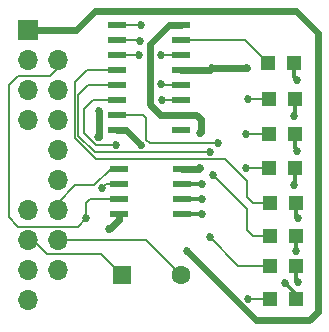
<source format=gbr>
G04 #@! TF.FileFunction,Copper,L1,Top,Signal*
%FSLAX46Y46*%
G04 Gerber Fmt 4.6, Leading zero omitted, Abs format (unit mm)*
G04 Created by KiCad (PCBNEW 4.0.6-e0-6349~53~ubuntu14.04.1) date Sun Jul 30 17:28:50 2017*
%MOMM*%
%LPD*%
G01*
G04 APERTURE LIST*
%ADD10C,0.100000*%
%ADD11R,1.200000X1.200000*%
%ADD12R,1.600000X1.600000*%
%ADD13C,1.600000*%
%ADD14R,1.700000X1.700000*%
%ADD15O,1.700000X1.700000*%
%ADD16R,1.550000X0.600000*%
%ADD17R,1.500000X0.600000*%
%ADD18C,0.685800*%
%ADD19C,0.152400*%
%ADD20C,0.609600*%
%ADD21C,0.304800*%
G04 APERTURE END LIST*
D10*
D11*
X129646500Y-63182500D03*
X131846500Y-63182500D03*
X129646500Y-60388500D03*
X131846500Y-60388500D03*
X129646500Y-57848500D03*
X131846500Y-57848500D03*
X129646500Y-55054500D03*
X131846500Y-55054500D03*
X129519500Y-52133500D03*
X131719500Y-52133500D03*
X129519500Y-49212500D03*
X131719500Y-49212500D03*
X129519500Y-46291500D03*
X131719500Y-46291500D03*
X129456000Y-43243500D03*
X131656000Y-43243500D03*
D12*
X117094000Y-61214000D03*
D13*
X122094000Y-61214000D03*
D14*
X109156500Y-40449500D03*
D15*
X109156500Y-42989500D03*
X111696500Y-42989500D03*
X109156500Y-45529500D03*
X111696500Y-45529500D03*
X109156500Y-48069500D03*
X111696500Y-48069500D03*
X111696500Y-50609500D03*
X111696500Y-53149500D03*
X109156500Y-55689500D03*
X111696500Y-55689500D03*
X109156500Y-58229500D03*
X111696500Y-58229500D03*
X109156500Y-60769500D03*
X111696500Y-60769500D03*
X109156500Y-63309500D03*
D16*
X116807000Y-52197000D03*
X116807000Y-53467000D03*
X116807000Y-54737000D03*
X116807000Y-56007000D03*
X122207000Y-56007000D03*
X122207000Y-54737000D03*
X122207000Y-53467000D03*
X122207000Y-52197000D03*
D17*
X116680000Y-40005000D03*
X116680000Y-41275000D03*
X116680000Y-42545000D03*
X116680000Y-43815000D03*
X116680000Y-45085000D03*
X116680000Y-46355000D03*
X116680000Y-47625000D03*
X116680000Y-48895000D03*
X122080000Y-48895000D03*
X122080000Y-47625000D03*
X122080000Y-46355000D03*
X122080000Y-45085000D03*
X122080000Y-43815000D03*
X122080000Y-42545000D03*
X122080000Y-41275000D03*
X122080000Y-40005000D03*
D18*
X120396000Y-45021500D03*
X118681500Y-50165000D03*
X127698500Y-43624500D03*
X124714000Y-43624500D03*
X116014500Y-57277000D03*
X115125500Y-47307500D03*
X115062000Y-49530000D03*
X123698000Y-49149000D03*
X123698000Y-52133500D03*
X127762000Y-63182500D03*
X125222000Y-50038000D03*
X130937000Y-61849000D03*
X124523500Y-57975500D03*
X116586000Y-50165000D03*
X132016500Y-61785500D03*
X124777500Y-52705000D03*
X124523500Y-50736500D03*
X131826000Y-59118500D03*
X132016500Y-56388000D03*
X127571500Y-52133500D03*
X118554500Y-42545000D03*
X131699000Y-53530500D03*
X127571500Y-49212500D03*
X118618000Y-41338500D03*
X131953000Y-50673000D03*
X127762000Y-46291500D03*
X118681500Y-40005000D03*
X131699000Y-47752000D03*
X131953000Y-44704000D03*
X114046000Y-56388000D03*
X123888500Y-56007000D03*
X123888500Y-54737000D03*
X123888500Y-53467000D03*
X122618500Y-59118500D03*
X120459500Y-46355000D03*
X120396000Y-42545000D03*
X115379500Y-53848000D03*
D19*
X122080000Y-45085000D02*
X120459500Y-45085000D01*
X120459500Y-45085000D02*
X120396000Y-45021500D01*
D20*
X118681500Y-50165000D02*
X117411500Y-48895000D01*
X117411500Y-48895000D02*
X116680000Y-48895000D01*
X124714000Y-43624500D02*
X127698500Y-43624500D01*
X124523500Y-43815000D02*
X122080000Y-43815000D01*
X124714000Y-43624500D02*
X124523500Y-43815000D01*
X116807000Y-56007000D02*
X116807000Y-56484500D01*
X116807000Y-56484500D02*
X116014500Y-57277000D01*
X122080000Y-40005000D02*
X121094500Y-40005000D01*
X120332500Y-47625000D02*
X122080000Y-47625000D01*
X119443500Y-46736000D02*
X120332500Y-47625000D01*
X119443500Y-41656000D02*
X119443500Y-46736000D01*
X121094500Y-40005000D02*
X119443500Y-41656000D01*
X115125500Y-49466500D02*
X115125500Y-47307500D01*
X115062000Y-49530000D02*
X115125500Y-49466500D01*
X122080000Y-47625000D02*
X123380500Y-47625000D01*
X123761500Y-48006000D02*
X123380500Y-47625000D01*
X123761500Y-49085500D02*
X123761500Y-48006000D01*
X123761500Y-49085500D02*
X123698000Y-49149000D01*
X123634500Y-52197000D02*
X122207000Y-52197000D01*
X123698000Y-52133500D02*
X123634500Y-52197000D01*
D19*
X116680000Y-47625000D02*
X118872000Y-47625000D01*
X127762000Y-63182500D02*
X129646500Y-63182500D01*
X119443500Y-50038000D02*
X125222000Y-50038000D01*
X119126000Y-49720500D02*
X119443500Y-50038000D01*
X119126000Y-47879000D02*
X119126000Y-49720500D01*
X118872000Y-47625000D02*
X119126000Y-47879000D01*
D21*
X131846500Y-63182500D02*
X131846500Y-62758500D01*
X131846500Y-62758500D02*
X130937000Y-61849000D01*
D19*
X116680000Y-46355000D02*
X114617500Y-46355000D01*
X126936500Y-60388500D02*
X129646500Y-60388500D01*
X124523500Y-57975500D02*
X126936500Y-60388500D01*
X114871500Y-50165000D02*
X116586000Y-50165000D01*
X113855500Y-49149000D02*
X114871500Y-50165000D01*
X113855500Y-47117000D02*
X113855500Y-49149000D01*
X114617500Y-46355000D02*
X113855500Y-47117000D01*
D21*
X131846500Y-61615500D02*
X131846500Y-60388500D01*
X132016500Y-61785500D02*
X131846500Y-61615500D01*
D19*
X116680000Y-45085000D02*
X114236500Y-45085000D01*
X128206500Y-57848500D02*
X129646500Y-57848500D01*
X127698500Y-57340500D02*
X128206500Y-57848500D01*
X127698500Y-55626000D02*
X127698500Y-57340500D01*
X124777500Y-52705000D02*
X127698500Y-55626000D01*
X124460000Y-50800000D02*
X124523500Y-50736500D01*
X114808000Y-50800000D02*
X124460000Y-50800000D01*
X113398302Y-49390302D02*
X114808000Y-50800000D01*
X113398302Y-45923198D02*
X113398302Y-49390302D01*
X114236500Y-45085000D02*
X113398302Y-45923198D01*
D21*
X131846500Y-57848500D02*
X131846500Y-59098000D01*
X131846500Y-59098000D02*
X131826000Y-59118500D01*
D19*
X116680000Y-43815000D02*
X114109500Y-43815000D01*
X128206500Y-55054500D02*
X129646500Y-55054500D01*
X127698500Y-54546500D02*
X128206500Y-55054500D01*
X127698500Y-53213000D02*
X127698500Y-54546500D01*
X125857000Y-51371500D02*
X127698500Y-53213000D01*
X114871500Y-51371500D02*
X125857000Y-51371500D01*
X113093500Y-49593500D02*
X114871500Y-51371500D01*
X113093500Y-44831000D02*
X113093500Y-49593500D01*
X114109500Y-43815000D02*
X113093500Y-44831000D01*
D21*
X131846500Y-56218000D02*
X131846500Y-55054500D01*
X132016500Y-56388000D02*
X131846500Y-56218000D01*
D19*
X116680000Y-42545000D02*
X118554500Y-42545000D01*
X127571500Y-52133500D02*
X129519500Y-52133500D01*
D21*
X131719500Y-52133500D02*
X131719500Y-53510000D01*
X131719500Y-53510000D02*
X131699000Y-53530500D01*
D19*
X116680000Y-41275000D02*
X118554500Y-41275000D01*
X127571500Y-49212500D02*
X129519500Y-49212500D01*
X118554500Y-41275000D02*
X118618000Y-41338500D01*
X116680000Y-41275000D02*
X117221000Y-41275000D01*
D21*
X131719500Y-50439500D02*
X131719500Y-49212500D01*
X131953000Y-50673000D02*
X131719500Y-50439500D01*
D19*
X116680000Y-40005000D02*
X118681500Y-40005000D01*
X127762000Y-46291500D02*
X129519500Y-46291500D01*
X116680000Y-40005000D02*
X117094000Y-40005000D01*
D21*
X131719500Y-46291500D02*
X131719500Y-47731500D01*
X131719500Y-47731500D02*
X131699000Y-47752000D01*
D19*
X122080000Y-41275000D02*
X127487500Y-41275000D01*
X127487500Y-41275000D02*
X129456000Y-43243500D01*
D21*
X131656000Y-44407000D02*
X131656000Y-43243500D01*
X131953000Y-44704000D02*
X131656000Y-44407000D01*
D19*
X111696500Y-42989500D02*
X111696500Y-43624500D01*
X111696500Y-43624500D02*
X110998000Y-44323000D01*
X110998000Y-44323000D02*
X108267500Y-44323000D01*
X108267500Y-44323000D02*
X107505500Y-45085000D01*
X107505500Y-45085000D02*
X107505500Y-56261000D01*
X107505500Y-56261000D02*
X108331000Y-57086500D01*
X108331000Y-57086500D02*
X113347500Y-57086500D01*
X113347500Y-57086500D02*
X114046000Y-56388000D01*
X114427000Y-54737000D02*
X116807000Y-54737000D01*
X114046000Y-55118000D02*
X114427000Y-54737000D01*
X114046000Y-56388000D02*
X114046000Y-55118000D01*
D21*
X122207000Y-56007000D02*
X123888500Y-56007000D01*
X122207000Y-54737000D02*
X123888500Y-54737000D01*
X122207000Y-53467000D02*
X123888500Y-53467000D01*
D20*
X113220500Y-40449500D02*
X114808000Y-38862000D01*
X114808000Y-38862000D02*
X131826000Y-38862000D01*
X131826000Y-38862000D02*
X133667500Y-40703500D01*
X133667500Y-40703500D02*
X133667500Y-64325500D01*
X133667500Y-64325500D02*
X132969000Y-65024000D01*
X132969000Y-65024000D02*
X128460500Y-65024000D01*
X128460500Y-65024000D02*
X122618500Y-59182000D01*
X113220500Y-40449500D02*
X109156500Y-40449500D01*
X122618500Y-59118500D02*
X122618500Y-59182000D01*
D19*
X109156500Y-58229500D02*
X109537500Y-58229500D01*
X109537500Y-58229500D02*
X110744000Y-59436000D01*
X110744000Y-59436000D02*
X115316000Y-59436000D01*
X115316000Y-59436000D02*
X117094000Y-61214000D01*
X111696500Y-58229500D02*
X119109500Y-58229500D01*
X119109500Y-58229500D02*
X122094000Y-61214000D01*
X122080000Y-46355000D02*
X120459500Y-46355000D01*
X122080000Y-42545000D02*
X120396000Y-42545000D01*
X115760500Y-53467000D02*
X116807000Y-53467000D01*
X115379500Y-53848000D02*
X115760500Y-53467000D01*
X111696500Y-55689500D02*
X111696500Y-55054500D01*
X111696500Y-55054500D02*
X113157000Y-53594000D01*
X114744500Y-53594000D02*
X116141500Y-52197000D01*
X113157000Y-53594000D02*
X114744500Y-53594000D01*
X116141500Y-52197000D02*
X116807000Y-52197000D01*
X111696500Y-55689500D02*
X111823500Y-55689500D01*
M02*

</source>
